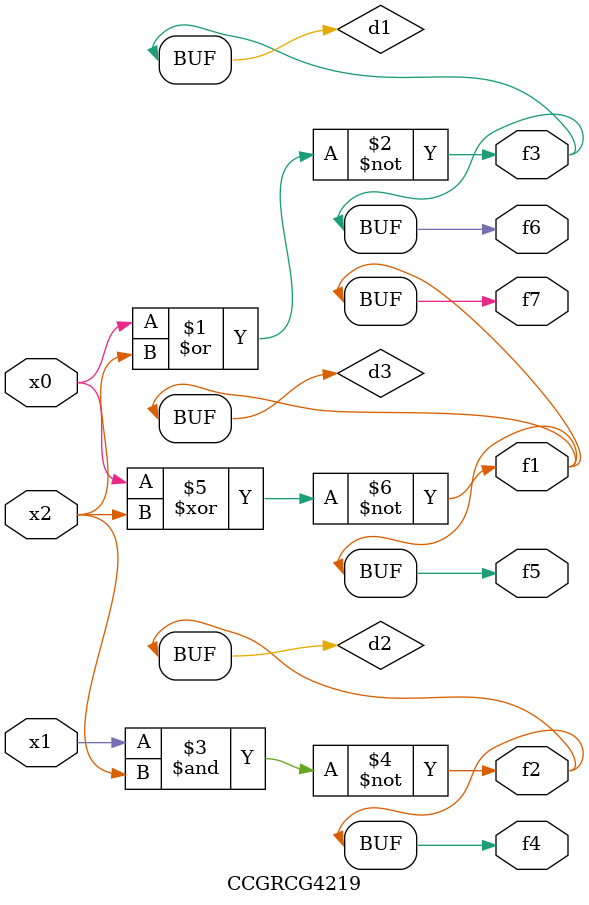
<source format=v>
module CCGRCG4219(
	input x0, x1, x2,
	output f1, f2, f3, f4, f5, f6, f7
);

	wire d1, d2, d3;

	nor (d1, x0, x2);
	nand (d2, x1, x2);
	xnor (d3, x0, x2);
	assign f1 = d3;
	assign f2 = d2;
	assign f3 = d1;
	assign f4 = d2;
	assign f5 = d3;
	assign f6 = d1;
	assign f7 = d3;
endmodule

</source>
